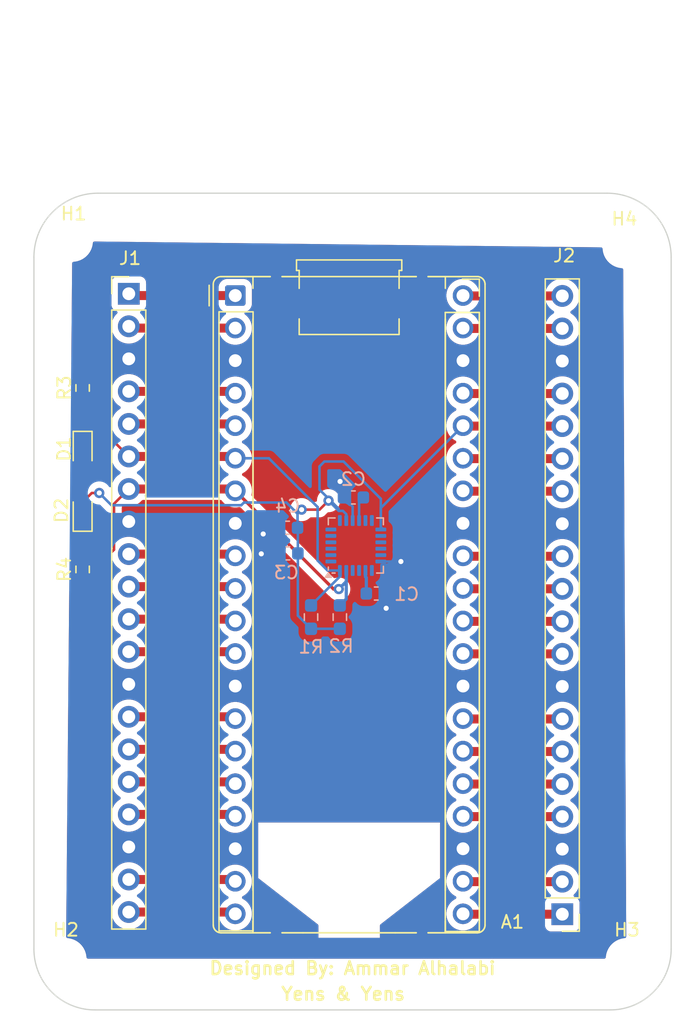
<source format=kicad_pcb>
(kicad_pcb (version 20241229) (generator "pcbnew") (generator_version "9.0")
  (layers (0 "F.Cu" signal) (2 "B.Cu" signal) (13 "F.Paste" user) (15 "B.Paste" user) (5 "F.SilkS" user "F.Silkscreen") (7 "B.SilkS" user "B.Silkscreen") (1 "F.Mask" user) (3 "B.Mask" user) (25 "Edge.Cuts" user))
  (net 0 "")
  (net 1 "Earth")
  (net 2 "/3.3V")
  (net 3 "/SDA")
  (net 4 "/SCL")
  (net 5 "Net-(U1-CPOUT)")
  (net 6 "Net-(U1-REGOUT)")
  (net 23 "Net-(A1-GPIO16)")
  (net 24 "Net-(A1-GPIO14)")
  (net 25 "Net-(A1-GPIO0)")
  (net 26 "Net-(A1-GPIO20)")
  (net 27 "Net-(A1-GPIO11)")
  (net 28 "Net-(A1-GPIO15)")
  (net 29 "Net-(A1-ADC_VREF)")
  (net 30 "Net-(A1-GPIO17)")
  (net 31 "Net-(A1-GPIO12)")
  (net 32 "Net-(A1-GPIO18)")
  (net 33 "/3.3V EN")
  (net 34 "/VBUS")
  (net 35 "Net-(A1-GPIO21)")
  (net 36 "Net-(A1-GPIO13)")
  (net 37 "Net-(A1-GPIO19)")
  (net 38 "Net-(A1-GPIO2)")
  (net 39 "Net-(A1-GPIO10)")
  (net 40 "Net-(A1-GPIO3)")
  (net 41 "Net-(A1-GPIO1)")
  (net 42 "/RUN")
  (net 43 "Net-(A1-GPIO26_ADC0)")
  (net 44 "Net-(A1-GPIO28_ADC2)")
  (net 45 "Net-(A1-GPIO9)")
  (net 46 "Net-(A1-GPIO7)")
  (net 47 "Net-(A1-GPIO27_ADC1)")
  (net 48 "Net-(A1-GPIO22)")
  (net 49 "Net-(A1-GPIO6)")
  (net 50 "/VSYS")
  (net 51 "Net-(A1-GPIO8)")
  (net 52 "Net-(D1-K)")
  (net 53 "Net-(D2-K)")
  (footprint "MountingHole:MountingHole_3.2mm_M3" (layer "F.Cu") (at 116.05 49.3)
    (property "Reference" "H4" (at 0.1 -2.25 0) (layer "F.SilkS"))
    (property "Value" "MountingHole")
    (pad "" np_thru_hole circle (at 0 0) (size 3.2 3.2) (drill 3.2) (layers "*.Cu" "*.Mask"))
  )
  (footprint "Resistor_SMD:R_0603_1608Metric_Pad0.98x0.95mm_HandSolder" (layer "F.Cu") (at 73.8525 60.2525 90)
    (property "Reference" "R3" (at 0 -1.43 90) (layer "F.SilkS"))
    (property "Value" "10K" (hide yes))
    (pad "1" smd roundrect (at -0.9125 0 90) (size 0.975 0.95) (layers "F.Cu" "F.Mask" "F.Paste") (net 3 "/SDA"))
    (pad "2" smd roundrect (at 0.9125 0 90) (size 0.975 0.95) (layers "F.Cu" "F.Mask" "F.Paste") (net 52 "Net-(D1-K)"))
  )
  (footprint "MountingHole:MountingHole_3.2mm_M3" (layer "F.Cu") (at 116.3 104.8)
    (property "Reference" "H3" (at 0.05 -2.25 0) (layer "F.SilkS"))
    (property "Value" "MountingHole")
    (pad "" np_thru_hole circle (at 0 0) (size 3.2 3.2) (drill 3.2) (layers "*.Cu" "*.Mask"))
  )
  (footprint "Resistor_SMD:R_0603_1608Metric_Pad0.98x0.95mm_HandSolder" (layer "F.Cu") (at 73.8525 74.415 90)
    (property "Reference" "R4" (at 0 -1.43 90) (layer "F.SilkS"))
    (property "Value" "10K" (hide yes))
    (pad "1" smd roundrect (at -0.9125 0 90) (size 0.975 0.95) (layers "F.Cu" "F.Mask" "F.Paste") (net 4 "/SCL"))
    (pad "2" smd roundrect (at 0.9125 0 90) (size 0.975 0.95) (layers "F.Cu" "F.Mask" "F.Paste") (net 53 "Net-(D2-K)"))
  )
  (footprint "MountingHole:MountingHole_3.2mm_M3" (layer "F.Cu") (at 73.05 48.8)
    (property "Reference" "H1" (at 0.1 -2.15 0) (layer "F.SilkS"))
    (property "Value" "MountingHole")
    (pad "" np_thru_hole circle (at 0 0) (size 3.2 3.2) (drill 3.2) (layers "*.Cu" "*.Mask"))
  )
  (footprint "Connector_PinHeader_2.54mm:PinHeader_1x20_P2.54mm_Vertical" (layer "F.Cu") (at 77.455 52.9)
    (property "Reference" "J1" (at 0.1 -2.77 0) (layer "F.SilkS"))
    (property "Value" "Conn_01x20_Pin" (hide yes))
    (pad "1" thru_hole rect (at 0 0) (size 1.7 1.7) (drill 1) (layers "*.Cu" "*.Mask") (net 25 "Net-(A1-GPIO0)"))
    (pad "2" thru_hole oval (at 0 2.54) (size 1.7 1.7) (drill 1) (layers "*.Cu" "*.Mask") (net 41 "Net-(A1-GPIO1)"))
    (pad "3" thru_hole oval (at 0 5.08) (size 1.7 1.7) (drill 1) (layers "*.Cu" "*.Mask") (net 1 "Earth"))
    (pad "4" thru_hole oval (at 0 7.62) (size 1.7 1.7) (drill 1) (layers "*.Cu" "*.Mask") (net 38 "Net-(A1-GPIO2)"))
    (pad "5" thru_hole oval (at 0 10.16) (size 1.7 1.7) (drill 1) (layers "*.Cu" "*.Mask") (net 40 "Net-(A1-GPIO3)"))
    (pad "6" thru_hole oval (at 0 12.7) (size 1.7 1.7) (drill 1) (layers "*.Cu" "*.Mask") (net 3 "/SDA"))
    (pad "7" thru_hole oval (at 0 15.24) (size 1.7 1.7) (drill 1) (layers "*.Cu" "*.Mask") (net 4 "/SCL"))
    (pad "8" thru_hole oval (at 0 17.78) (size 1.7 1.7) (drill 1) (layers "*.Cu" "*.Mask") (net 1 "Earth"))
    (pad "9" thru_hole oval (at 0 20.32) (size 1.7 1.7) (drill 1) (layers "*.Cu" "*.Mask") (net 49 "Net-(A1-GPIO6)"))
    (pad "10" thru_hole oval (at 0 22.86) (size 1.7 1.7) (drill 1) (layers "*.Cu" "*.Mask") (net 46 "Net-(A1-GPIO7)"))
    (pad "11" thru_hole oval (at 0 25.4) (size 1.7 1.7) (drill 1) (layers "*.Cu" "*.Mask") (net 51 "Net-(A1-GPIO8)"))
    (pad "12" thru_hole oval (at 0 27.94) (size 1.7 1.7) (drill 1) (layers "*.Cu" "*.Mask") (net 45 "Net-(A1-GPIO9)"))
    (pad "13" thru_hole oval (at 0 30.48) (size 1.7 1.7) (drill 1) (layers "*.Cu" "*.Mask") (net 1 "Earth"))
    (pad "14" thru_hole oval (at 0 33.02) (size 1.7 1.7) (drill 1) (layers "*.Cu" "*.Mask") (net 39 "Net-(A1-GPIO10)"))
    (pad "15" thru_hole oval (at 0 35.56) (size 1.7 1.7) (drill 1) (layers "*.Cu" "*.Mask") (net 27 "Net-(A1-GPIO11)"))
    (pad "16" thru_hole oval (at 0 38.1) (size 1.7 1.7) (drill 1) (layers "*.Cu" "*.Mask") (net 31 "Net-(A1-GPIO12)"))
    (pad "17" thru_hole oval (at 0 40.64) (size 1.7 1.7) (drill 1) (layers "*.Cu" "*.Mask") (net 36 "Net-(A1-GPIO13)"))
    (pad "18" thru_hole oval (at 0 43.18) (size 1.7 1.7) (drill 1) (layers "*.Cu" "*.Mask") (net 1 "Earth"))
    (pad "19" thru_hole oval (at 0 45.72) (size 1.7 1.7) (drill 1) (layers "*.Cu" "*.Mask") (net 24 "Net-(A1-GPIO14)"))
    (pad "20" thru_hole oval (at 0 48.26) (size 1.7 1.7) (drill 1) (layers "*.Cu" "*.Mask") (net 28 "Net-(A1-GPIO15)"))
  )
  (footprint "LED_SMD:LED_0603_1608Metric" (layer "F.Cu") (at 73.8525 69.9525 90)
    (property "Reference" "D2" (at 0.1375 -1.65 90) (layer "F.SilkS"))
    (property "Value" "LED")
    (pad "1" smd roundrect (at -0.7875 0 90) (size 0.875 0.95) (layers "F.Cu" "F.Mask" "F.Paste") (net 53 "Net-(D2-K)"))
    (pad "2" smd roundrect (at 0.7875 0 90) (size 0.875 0.95) (layers "F.Cu" "F.Mask" "F.Paste") (net 2 "/3.3V"))
  )
  (footprint "MountingHole:MountingHole_3.2mm_M3" (layer "F.Cu") (at 72.55 104.8)
    (property "Reference" "H2" (at 0 -2.25 0) (layer "F.SilkS"))
    (property "Value" "MountingHole")
    (pad "" np_thru_hole circle (at 0 0) (size 3.2 3.2) (drill 3.2) (layers "*.Cu" "*.Mask"))
  )
  (footprint "Connector_PinHeader_2.54mm:PinHeader_1x20_P2.54mm_Vertical" (layer "F.Cu") (at 111.3 101.33 180)
    (property "Reference" "J2" (at -0.15 51.4 0) (layer "F.SilkS"))
    (property "Value" "Conn_01x20_Pin" (hide yes))
    (pad "1" thru_hole rect (at 0 0 180) (size 1.7 1.7) (drill 1) (layers "*.Cu" "*.Mask") (net 23 "Net-(A1-GPIO16)"))
    (pad "2" thru_hole oval (at 0 2.54 180) (size 1.7 1.7) (drill 1) (layers "*.Cu" "*.Mask") (net 30 "Net-(A1-GPIO17)"))
    (pad "3" thru_hole oval (at 0 5.08 180) (size 1.7 1.7) (drill 1) (layers "*.Cu" "*.Mask") (net 1 "Earth"))
    (pad "4" thru_hole oval (at 0 7.62 180) (size 1.7 1.7) (drill 1) (layers "*.Cu" "*.Mask") (net 32 "Net-(A1-GPIO18)"))
    (pad "5" thru_hole oval (at 0 10.16 180) (size 1.7 1.7) (drill 1) (layers "*.Cu" "*.Mask") (net 37 "Net-(A1-GPIO19)"))
    (pad "6" thru_hole oval (at 0 12.7 180) (size 1.7 1.7) (drill 1) (layers "*.Cu" "*.Mask") (net 26 "Net-(A1-GPIO20)"))
    (pad "7" thru_hole oval (at 0 15.24 180) (size 1.7 1.7) (drill 1) (layers "*.Cu" "*.Mask") (net 35 "Net-(A1-GPIO21)"))
    (pad "8" thru_hole oval (at 0 17.78 180) (size 1.7 1.7) (drill 1) (layers "*.Cu" "*.Mask") (net 1 "Earth"))
    (pad "9" thru_hole oval (at 0 20.32 180) (size 1.7 1.7) (drill 1) (layers "*.Cu" "*.Mask") (net 48 "Net-(A1-GPIO22)"))
    (pad "10" thru_hole oval (at 0 22.86 180) (size 1.7 1.7) (drill 1) (layers "*.Cu" "*.Mask") (net 42 "/RUN"))
    (pad "11" thru_hole oval (at 0 25.4 180) (size 1.7 1.7) (drill 1) (layers "*.Cu" "*.Mask") (net 43 "Net-(A1-GPIO26_ADC0)"))
    (pad "12" thru_hole oval (at 0 27.94 180) (size 1.7 1.7) (drill 1) (layers "*.Cu" "*.Mask") (net 47 "Net-(A1-GPIO27_ADC1)"))
    (pad "13" thru_hole oval (at 0 30.48 180) (size 1.7 1.7) (drill 1) (layers "*.Cu" "*.Mask") (net 1 "Earth"))
    (pad "14" thru_hole oval (at 0 33.02 180) (size 1.7 1.7) (drill 1) (layers "*.Cu" "*.Mask") (net 44 "Net-(A1-GPIO28_ADC2)"))
    (pad "15" thru_hole oval (at 0 35.56 180) (size 1.7 1.7) (drill 1) (layers "*.Cu" "*.Mask") (net 29 "Net-(A1-ADC_VREF)"))
    (pad "16" thru_hole oval (at 0 38.1 180) (size 1.7 1.7) (drill 1) (layers "*.Cu" "*.Mask") (net 2 "/3.3V"))
    (pad "17" thru_hole oval (at 0 40.64 180) (size 1.7 1.7) (drill 1) (layers "*.Cu" "*.Mask") (net 33 "/3.3V EN"))
    (pad "18" thru_hole oval (at 0 43.18 180) (size 1.7 1.7) (drill 1) (layers "*.Cu" "*.Mask") (net 1 "Earth"))
    (pad "19" thru_hole oval (at 0 45.72 180) (size 1.7 1.7) (drill 1) (layers "*.Cu" "*.Mask") (net 50 "/VSYS"))
    (pad "20" thru_hole oval (at 0 48.26 180) (size 1.7 1.7) (drill 1) (layers "*.Cu" "*.Mask") (net 34 "/VBUS"))
  )
  (footprint "Library:RaspberryPi_Pico_Common_THT" (layer "F.Cu") (at 94.55 76.82)
    (property "Reference" "A1" (at 11.8575 25.115 0) (layer "F.SilkS") (effects (justify left)))
    (property "Value" "RaspberryPi_Pico")
    (pad "1" thru_hole roundrect (at -8.78 -23.78) (size 1.6 1.6) (drill 1) (layers "*.Cu" "*.Mask") (roundrect_rratio 0.125) (net 25 "Net-(A1-GPIO0)"))
    (pad "1" thru_hole roundrect (at -8.78 -23.78) (size 1.6 1.6) (drill 1) (layers "*.Cu" "*.Mask") (roundrect_rratio 0.125) (net 25 "Net-(A1-GPIO0)"))
    (pad "2" thru_hole circle (at -8.78 -21.24) (size 1.6 1.6) (drill 1) (layers "*.Cu" "*.Mask") (net 41 "Net-(A1-GPIO1)"))
    (pad "2" thru_hole circle (at -8.78 -21.24) (size 1.6 1.6) (drill 1) (layers "*.Cu" "*.Mask") (net 41 "Net-(A1-GPIO1)"))
    (pad "3" thru_hole custom (at -8.78 -18.7) (size 1.6 1.6) (drill 1) (layers "*.Cu" "*.Mask") (net 1 "Earth") (options (clearance outline) (anchor circle)) (primitives (gr_poly (pts (xy 0.8 0.6) (xy 0.8 -0.6) (xy 0.6 -0.8) (xy 0 -0.8) (xy 0 0.8) (xy 0.6 0.8)) (width 0) (fill yes)) (gr_circle (center 0.6 0.6) (end 0.8 0.6) (width 0) (fill yes)) (gr_circle (center 0.6 -0.6) (end 0.8 -0.6) (width 0) (fill yes))))
    (pad "4" thru_hole circle (at -8.78 -16.16) (size 1.6 1.6) (drill 1) (layers "*.Cu" "*.Mask") (net 38 "Net-(A1-GPIO2)"))
    (pad "4" thru_hole circle (at -8.78 -16.16) (size 1.6 1.6) (drill 1) (layers "*.Cu" "*.Mask") (net 38 "Net-(A1-GPIO2)"))
    (pad "5" thru_hole circle (at -8.78 -13.62) (size 1.6 1.6) (drill 1) (layers "*.Cu" "*.Mask") (net 40 "Net-(A1-GPIO3)"))
    (pad "5" thru_hole circle (at -8.78 -13.62) (size 1.6 1.6) (drill 1) (layers "*.Cu" "*.Mask") (net 40 "Net-(A1-GPIO3)"))
    (pad "6" thru_hole circle (at -8.78 -11.08) (size 1.6 1.6) (drill 1) (layers "*.Cu" "*.Mask") (net 3 "/SDA"))
    (pad "7" thru_hole circle (at -8.78 -8.54) (size 1.6 1.6) (drill 1) (layers "*.Cu" "*.Mask") (net 4 "/SCL"))
    (pad "7" thru_hole circle (at -8.78 -8.54) (size 1.6 1.6) (drill 1) (layers "*.Cu" "*.Mask") (net 4 "/SCL"))
    (pad "8" thru_hole custom (at -8.78 -6) (size 1.6 1.6) (drill 1) (layers "*.Cu" "*.Mask") (net 1 "Earth") (options (clearance outline) (anchor circle)) (primitives (gr_poly (pts (xy 0.8 0.6) (xy 0.8 -0.6) (xy 0.6 -0.8) (xy 0 -0.8) (xy 0 0.8) (xy 0.6 0.8)) (width 0) (fill yes)) (gr_circle (center 0.6 0.6) (end 0.8 0.6) (width 0) (fill yes)) (gr_circle (center 0.6 -0.6) (end 0.8 -0.6) (width 0) (fill yes))))
    (pad "9" thru_hole circle (at -8.78 -3.46) (size 1.6 1.6) (drill 1) (layers "*.Cu" "*.Mask") (net 49 "Net-(A1-GPIO6)"))
    (pad "9" thru_hole circle (at -8.78 -3.46) (size 1.6 1.6) (drill 1) (layers "*.Cu" "*.Mask") (net 49 "Net-(A1-GPIO6)"))
    (pad "10" thru_hole circle (at -8.78 -0.92) (size 1.6 1.6) (drill 1) (layers "*.Cu" "*.Mask") (net 46 "Net-(A1-GPIO7)"))
    (pad "10" thru_hole circle (at -8.78 -0.92) (size 1.6 1.6) (drill 1) (layers "*.Cu" "*.Mask") (net 46 "Net-(A1-GPIO7)"))
    (pad "11" thru_hole circle (at -8.78 1.62) (size 1.6 1.6) (drill 1) (layers "*.Cu" "*.Mask") (net 51 "Net-(A1-GPIO8)"))
    (pad "11" thru_hole circle (at -8.78 1.62) (size 1.6 1.6) (drill 1) (layers "*.Cu" "*.Mask") (net 51 "Net-(A1-GPIO8)"))
    (pad "12" thru_hole circle (at -8.78 4.16) (size 1.6 1.6) (drill 1) (layers "*.Cu" "*.Mask") (net 45 "Net-(A1-GPIO9)"))
    (pad "12" thru_hole circle (at -8.78 4.16) (size 1.6 1.6) (drill 1) (layers "*.Cu" "*.Mask") (net 45 "Net-(A1-GPIO9)"))
    (pad "13" thru_hole custom (at -8.78 6.7) (size 1.6 1.6) (drill 1) (layers "*.Cu" "*.Mask") (net 1 "Earth") (options (clearance outline) (anchor circle)) (primitives (gr_poly (pts (xy 0.8 0.6) (xy 0.8 -0.6) (xy 0.6 -0.8) (xy 0 -0.8) (xy 0 0.8) (xy 0.6 0.8)) (width 0) (fill yes)) (gr_circle (center 0.6 0.6) (end 0.8 0.6) (width 0) (fill yes)) (gr_circle (center 0.6 -0.6) (end 0.8 -0.6) (width 0) (fill yes))))
    (pad "14" thru_hole circle (at -8.78 9.24) (size 1.6 1.6) (drill 1) (layers "*.Cu" "*.Mask") (net 39 "Net-(A1-GPIO10)"))
    (pad "14" thru_hole circle (at -8.78 9.24) (size 1.6 1.6) (drill 1) (layers "*.Cu" "*.Mask") (net 39 "Net-(A1-GPIO10)"))
    (pad "15" thru_hole circle (at -8.78 11.78) (size 1.6 1.6) (drill 1) (layers "*.Cu" "*.Mask") (net 27 "Net-(A1-GPIO11)"))
    (pad "15" thru_hole circle (at -8.78 11.78) (size 1.6 1.6) (drill 1) (layers "*.Cu" "*.Mask") (net 27 "Net-(A1-GPIO11)"))
    (pad "16" thru_hole circle (at -8.78 14.32) (size 1.6 1.6) (drill 1) (layers "*.Cu" "*.Mask") (net 31 "Net-(A1-GPIO12)"))
    (pad "16" thru_hole circle (at -8.78 14.32) (size 1.6 1.6) (drill 1) (layers "*.Cu" "*.Mask") (net 31 "Net-(A1-GPIO12)"))
    (pad "17" thru_hole circle (at -8.78 16.86) (size 1.6 1.6) (drill 1) (layers "*.Cu" "*.Mask") (net 36 "Net-(A1-GPIO13)"))
    (pad "17" thru_hole circle (at -8.78 16.86) (size 1.6 1.6) (drill 1) (layers "*.Cu" "*.Mask") (net 36 "Net-(A1-GPIO13)"))
    (pad "18" thru_hole custom (at -8.78 19.4) (size 1.6 1.6) (drill 1) (layers "*.Cu" "*.Mask") (net 1 "Earth") (options (clearance outline) (anchor circle)) (primitives (gr_poly (pts (xy 0.8 0.6) (xy 0.8 -0.6) (xy 0.6 -0.8) (xy 0 -0.8) (xy 0 0.8) (xy 0.6 0.8)) (width 0) (fill yes)) (gr_circle (center 0.6 0.6) (end 0.8 0.6) (width 0) (fill yes)) (gr_circle (center 0.6 -0.6) (end 0.8 -0.6) (width 0) (fill yes))))
    (pad "19" thru_hole circle (at -8.78 21.94) (size 1.6 1.6) (drill 1) (layers "*.Cu" "*.Mask") (net 24 "Net-(A1-GPIO14)"))
    (pad "19" thru_hole circle (at -8.78 21.94) (size 1.6 1.6) (drill 1) (layers "*.Cu" "*.Mask") (net 24 "Net-(A1-GPIO14)"))
    (pad "20" thru_hole circle (at -8.78 24.48) (size 1.6 1.6) (drill 1) (layers "*.Cu" "*.Mask") (net 28 "Net-(A1-GPIO15)"))
    (pad "20" thru_hole circle (at -8.78 24.48) (size 1.6 1.6) (drill 1) (layers "*.Cu" "*.Mask") (net 28 "Net-(A1-GPIO15)"))
    (pad "21" thru_hole circle (at 9 24.48) (size 1.6 1.6) (drill 1) (layers "*.Cu" "*.Mask") (net 23 "Net-(A1-GPIO16)"))
    (pad "21" thru_hole circle (at 9 24.48) (size 1.6 1.6) (drill 1) (layers "*.Cu" "*.Mask") (net 23 "Net-(A1-GPIO16)"))
    (pad "22" thru_hole circle (at 9 21.94) (size 1.6 1.6) (drill 1) (layers "*.Cu" "*.Mask") (net 30 "Net-(A1-GPIO17)"))
    (pad "22" thru_hole circle (at 9 21.94) (size 1.6 1.6) (drill 1) (layers "*.Cu" "*.Mask") (net 30 "Net-(A1-GPIO17)"))
    (pad "23" thru_hole custom (at 9 19.4) (size 1.6 1.6) (drill 1) (layers "*.Cu" "*.Mask") (net 1 "Earth") (options (clearance outline) (anchor circle)) (primitives (gr_poly (pts (xy -0.8 0.6) (xy -0.8 -0.6) (xy -0.6 -0.8) (xy 0 -0.8) (xy 0 0.8) (xy -0.6 0.8)) (width 0) (fill yes)) (gr_circle (center -0.6 0.6) (end -0.4 0.6) (width 0) (fill yes)) (gr_circle (center -0.6 -0.6) (end -0.4 -0.6) (width 0) (fill yes))))
    (pad "24" thru_hole circle (at 9 16.86) (size 1.6 1.6) (drill 1) (layers "*.Cu" "*.Mask") (net 32 "Net-(A1-GPIO18)"))
    (pad "24" thru_hole circle (at 9 16.86) (size 1.6 1.6) (drill 1) (layers "*.Cu" "*.Mask") (net 32 "Net-(A1-GPIO18)"))
    (pad "25" thru_hole circle (at 9 14.32) (size 1.6 1.6) (drill 1) (layers "*.Cu" "*.Mask") (net 37 "Net-(A1-GPIO19)"))
    (pad "25" thru_hole circle (at 9 14.32) (size 1.6 1.6) (drill 1) (layers "*.Cu" "*.Mask") (net 37 "Net-(A1-GPIO19)"))
    (pad "26" thru_hole circle (at 9 11.78) (size 1.6 1.6) (drill 1) (layers "*.Cu" "*.Mask") (net 26 "Net-(A1-GPIO20)"))
    (pad "26" thru_hole circle (at 9 11.78) (size 1.6 1.6) (drill 1) (layers "*.Cu" "*.Mask") (net 26 "Net-(A1-GPIO20)"))
    (pad "27" thru_hole circle (at 9 9.24) (size 1.6 1.6) (drill 1) (layers "*.Cu" "*.Mask") (net 35 "Net-(A1-GPIO21)"))
    (pad "27" thru_hole circle (at 9 9.24) (size 1.6 1.6) (drill 1) (layers "*.Cu" "*.Mask") (net 35 "Net-(A1-GPIO21)"))
    (pad "28" thru_hole custom (at 9 6.7) (size 1.6 1.6) (drill 1) (layers "*.Cu" "*.Mask") (net 1 "Earth") (options (clearance outline) (anchor circle)) (primitives (gr_poly (pts (xy -0.8 0.6) (xy -0.8 -0.6) (xy -0.6 -0.8) (xy 0 -0.8) (xy 0 0.8) (xy -0.6 0.8)) (width 0) (fill yes)) (gr_circle (center -0.6 0.6) (end -0.4 0.6) (width 0) (fill yes)) (gr_circle (center -0.6 -0.6) (end -0.4 -0.6) (width 0) (fill yes))))
    (pad "29" thru_hole circle (at 9 4.16) (size 1.6 1.6) (drill 1) (layers "*.Cu" "*.Mask") (net 48 "Net-(A1-GPIO22)"))
    (pad "29" thru_hole circle (at 9 4.16) (size 1.6 1.6) (drill 1) (layers "*.Cu" "*.Mask") (net 48 "Net-(A1-GPIO22)"))
    (pad "30" thru_hole circle (at 9 1.62) (size 1.6 1.6) (drill 1) (layers "*.Cu" "*.Mask") (net 42 "/RUN"))
    (pad "30" thru_hole circle (at 9 1.62) (size 1.6 1.6) (drill 1) (layers "*.Cu" "*.Mask") (net 42 "/RUN"))
    (pad "31" thru_hole circle (at 9 -0.92) (size 1.6 1.6) (drill 1) (layers "*.Cu" "*.Mask") (net 43 "Net-(A1-GPIO26_ADC0)"))
    (pad "31" thru_hole circle (at 9 -0.92) (size 1.6 1.6) (drill 1) (layers "*.Cu" "*.Mask") (net 43 "Net-(A1-GPIO26_ADC0)"))
    (pad "32" thru_hole circle (at 9 -3.46) (size 1.6 1.6) (drill 1) (layers "*.Cu" "*.Mask") (net 47 "Net-(A1-GPIO27_ADC1)"))
    (pad "32" thru_hole circle (at 9 -3.46) (size 1.6 1.6) (drill 1) (layers "*.Cu" "*.Mask") (net 47 "Net-(A1-GPIO27_ADC1)"))
    (pad "33" thru_hole custom (at 9 -6) (size 1.6 1.6) (drill 1) (layers "*.Cu" "*.Mask") (net 1 "Earth") (options (clearance outline) (anchor circle)) (primitives (gr_poly (pts (xy -0.8 0.6) (xy -0.8 -0.6) (xy -0.6 -0.8) (xy 0 -0.8) (xy 0 0.8) (xy -0.6 0.8)) (width 0) (fill yes)) (gr_circle (center -0.6 0.6) (end -0.4 0.6) (width 0) (fill yes)) (gr_circle (center -0.6 -0.6) (end -0.4 -0.6) (width 0) (fill yes))))
    (pad "34" thru_hole circle (at 9 -8.54) (size 1.6 1.6) (drill 1) (layers "*.Cu" "*.Mask") (net 44 "Net-(A1-GPIO28_ADC2)"))
    (pad "34" thru_hole circle (at 9 -8.54) (size 1.6 1.6) (drill 1) (layers "*.Cu" "*.Mask") (net 44 "Net-(A1-GPIO28_ADC2)"))
    (pad "35" thru_hole circle (at 9 -11.08) (size 1.6 1.6) (drill 1) (layers "*.Cu" "*.Mask") (net 29 "Net-(A1-ADC_VREF)"))
    (pad "35" thru_hole circle (at 9 -11.08) (size 1.6 1.6) (drill 1) (layers "*.Cu" "*.Mask") (net 29 "Net-(A1-ADC_VREF)"))
    (pad "36" thru_hole circle (at 9 -13.62) (size 1.6 1.6) (drill 1) (layers "*.Cu" "*.Mask") (net 2 "/3.3V"))
    (pad "36" thru_hole circle (at 9 -13.62) (size 1.6 1.6) (drill 1) (layers "*.Cu" "*.Mask") (net 2 "/3.3V"))
    (pad "37" thru_hole circle (at 9 -16.16) (size 1.6 1.6) (drill 1) (layers "*.Cu" "*.Mask") (net 33 "/3.3V EN"))
    (pad "37" thru_hole circle (at 9 -16.16) (size 1.6 1.6) (drill 1) (layers "*.Cu" "*.Mask") (net 33 "/3.3V EN"))
    (pad "38" thru_hole custom (at 9 -18.7) (size 1.6 1.6) (drill 1) (layers "*.Cu" "*.Mask") (net 1 "Earth") (options (clearance outline) (anchor circle)) (primitives (gr_poly (pts (xy -0.8 0.6) (xy -0.8 -0.6) (xy -0.6 -0.8) (xy 0 -0.8) (xy 0 0.8) (xy -0.6 0.8)) (width 0) (fill yes)) (gr_circle (center -0.6 0.6) (end -0.4 0.6) (width 0) (fill yes)) (gr_circle (center -0.6 -0.6) (end -0.4 -0.6) (width 0) (fill yes))))
    (pad "39" thru_hole circle (at 9 -21.24) (size 1.6 1.6) (drill 1) (layers "*.Cu" "*.Mask") (net 50 "/VSYS"))
    (pad "39" thru_hole circle (at 9 -21.24) (size 1.6 1.6) (drill 1) (layers "*.Cu" "*.Mask") (net 50 "/VSYS"))
    (pad "40" thru_hole circle (at 9 -23.78) (size 1.6 1.6) (drill 1) (layers "*.Cu" "*.Mask") (net 34 "/VBUS"))
    (pad "40" thru_hole circle (at 9 -23.78) (size 1.6 1.6) (drill 1) (layers "*.Cu" "*.Mask") (net 34 "/VBUS"))
    (zone (net 0) (net_name "") (layers "F.Cu" "B.Cu" "F.Paste" "B.Paste") (name "Antenna Copper Keep Out") (connect_pads (clearance 0)) (min_thickness 0.254)
      (keepout (tracks not_allowed) (vias not_allowed) (pads not_allowed) (copperpour not_allowed) (footprints allowed))
      (fill (thermal_gap 0.508) (thermal_bridge_width 0.508))
      (polygon (pts (xy 92.26 102.159895) (xy 87.56 98.509895) (xy 87.56 94.17) (xy 101.76 94.17) (xy 101.76 98.509895) (xy 97.06 102.159895) (xy 97.06 103.17) (xy 92.26 103.17)))
    )
    (zone (net 0) (net_name "") (layers "F.Cu" "B.Cu" "F.Paste" "B.Paste") (name "Antenna Copper Keep Out") (connect_pads (clearance 0)) (min_thickness 0.254)
      (keepout (tracks not_allowed) (vias not_allowed) (pads not_allowed) (copperpour not_allowed) (footprints allowed))
      (fill (thermal_gap 0.508) (thermal_bridge_width 0.508))
      (polygon (pts (xy 92.26 102.159895) (xy 87.56 98.509895) (xy 87.56 94.17) (xy 101.76 94.17) (xy 101.76 98.509895) (xy 97.06 102.159895) (xy 97.06 103.17) (xy 92.26 103.17)))
    )
  )
  (footprint "LED_SMD:LED_0603_1608Metric" (layer "F.Cu") (at 73.8525 65.1275 -90)
    (property "Reference" "D1" (at -0.1125 1.45 90) (layer "F.SilkS"))
    (property "Value" "LED")
    (pad "1" smd roundrect (at -0.7875 0 270) (size 0.875 0.95) (layers "F.Cu" "F.Mask" "F.Paste") (net 52 "Net-(D1-K)"))
    (pad "2" smd roundrect (at 0.7875 0 270) (size 0.875 0.95) (layers "F.Cu" "F.Mask" "F.Paste") (net 2 "/3.3V"))
  )
  (footprint "Capacitor_SMD:C_0603_1608Metric" (layer "B.Cu") (at 96.775 76.3)
    (property "Reference" "C1" (at 2.375 0.05 0) (layer "B.SilkS") (effects (justify mirror)))
    (property "Value" "2.2nF" (hide yes))
    (pad "1" smd roundrect (at -0.775 0) (size 0.9 0.95) (layers "B.Cu" "B.Mask" "B.Paste") (net 5 "Net-(U1-CPOUT)"))
    (pad "2" smd roundrect (at 0.775 0) (size 0.9 0.95) (layers "B.Cu" "B.Mask" "B.Paste") (net 1 "Earth"))
  )
  (footprint "Resistor_SMD:R_0603_1608Metric_Pad0.98x0.95mm_HandSolder" (layer "B.Cu") (at 93.93381 78.1375 90)
    (property "Reference" "R2" (at -2.2625 0.0975 0) (layer "B.SilkS") (effects (justify mirror)))
    (property "Value" "4.7K" (hide yes))
    (pad "1" smd roundrect (at -0.9125 0 90) (size 0.975 0.95) (layers "B.Cu" "B.Mask" "B.Paste") (net 2 "/3.3V"))
    (pad "2" smd roundrect (at 0.9125 0 90) (size 0.975 0.95) (layers "B.Cu" "B.Mask" "B.Paste") (net 4 "/SCL"))
  )
  (footprint "Capacitor_SMD:C_0603_1608Metric" (layer "B.Cu") (at 89.85631 71.165 180)
    (property "Reference" "C4" (at 0 1.7 0) (layer "B.SilkS") (effects (justify mirror)))
    (property "Value" "0.1uF" (hide yes))
    (pad "1" smd roundrect (at -0.775 0 180) (size 0.9 0.95) (layers "B.Cu" "B.Mask" "B.Paste") (net 2 "/3.3V"))
    (pad "2" smd roundrect (at 0.775 0 180) (size 0.9 0.95) (layers "B.Cu" "B.Mask" "B.Paste") (net 1 "Earth"))
  )
  (footprint "Capacitor_SMD:C_0603_1608Metric" (layer "B.Cu") (at 89.88131 73.165 180)
    (property "Reference" "C3" (at 0.125 -1.5 0) (layer "B.SilkS") (effects (justify mirror)))
    (property "Value" "10nF" (hide yes))
    (pad "1" smd roundrect (at -0.775 0 180) (size 0.9 0.95) (layers "B.Cu" "B.Mask" "B.Paste") (net 2 "/3.3V"))
    (pad "2" smd roundrect (at 0.775 0 180) (size 0.9 0.95) (layers "B.Cu" "B.Mask" "B.Paste") (net 1 "Earth"))
  )
  (footprint "Resistor_SMD:R_0603_1608Metric_Pad0.98x0.95mm_HandSolder" (layer "B.Cu") (at 91.68381 78.1375 90)
    (property "Reference" "R1" (at -2.3275 0 0) (layer "B.SilkS") (effects (justify mirror)))
    (property "Value" "4.7K" (hide yes))
    (pad "1" smd roundrect (at -0.9125 0 90) (size 0.975 0.95) (layers "B.Cu" "B.Mask" "B.Paste") (net 2 "/3.3V"))
    (pad "2" smd roundrect (at 0.9125 0 90) (size 0.975 0.95) (layers "B.Cu" "B.Mask" "B.Paste") (net 3 "/SDA"))
  )
  (footprint "Capacitor_SMD:C_0603_1608Metric" (layer "B.Cu") (at 94.99291 68.8 180)
    (property "Reference" "C2" (at 0 1.43 0) (layer "B.SilkS") (effects (justify mirror)))
    (property "Value" "0.1uF" (hide yes))
    (pad "1" smd roundrect (at -0.775 0 180) (size 0.9 0.95) (layers "B.Cu" "B.Mask" "B.Paste") (net 6 "Net-(U1-REGOUT)"))
    (pad "2" smd roundrect (at 0.775 0 180) (size 0.9 0.95) (layers "B.Cu" "B.Mask" "B.Paste") (net 1 "Earth"))
  )
  (footprint "Sensor_Motion:InvenSense_QFN-24_4x4mm_P0.5mm" (layer "B.Cu") (at 95.18381 72.55)
    (property "Reference" "U1" (hide yes))
    (property "Value" "MPU-6050")
    (pad "1" smd roundrect (at -1.95 1.25) (size 0.85 0.3) (layers "B.Cu" "B.Mask" "B.Paste"))
    (pad "2" smd roundrect (at -1.95 0.75) (size 0.85 0.3) (layers "B.Cu" "B.Mask" "B.Paste"))
    (pad "3" smd roundrect (at -1.95 0.25) (size 0.85 0.3) (layers "B.Cu" "B.Mask" "B.Paste"))
    (pad "4" smd roundrect (at -1.95 -0.25) (size 0.85 0.3) (layers "B.Cu" "B.Mask" "B.Paste"))
    (pad "5" smd roundrect (at -1.95 -0.75) (size 0.85 0.3) (layers "B.Cu" "B.Mask" "B.Paste"))
    (pad "6" smd roundrect (at -1.95 -1.25) (size 0.85 0.3) (layers "B.Cu" "B.Mask" "B.Paste"))
    (pad "7" smd roundrect (at -1.25 -1.95 270) (size 0.85 0.3) (layers "B.Cu" "B.Mask" "B.Paste"))
    (pad "8" smd roundrect (at -0.75 -1.95 270) (size 0.85 0.3) (layers "B.Cu" "B.Mask" "B.Paste") (net 2 "/3.3V"))
    (pad "9" smd roundrect (at -0.25 -1.95 270) (size 0.85 0.3) (layers "B.Cu" "B.Mask" "B.Paste") (net 1 "Earth"))
    (pad "10" smd roundrect (at 0.25 -1.95 270) (size 0.85 0.3) (layers "B.Cu" "B.Mask" "B.Paste") (net 6 "Net-(U1-REGOUT)"))
    (pad "11" smd roundrect (at 0.75 -1.95 270) (size 0.85 0.3) (layers "B.Cu" "B.Mask" "B.Paste"))
    (pad "12" smd roundrect (at 1.25 -1.95 270) (size 0.85 0.3) (layers "B.Cu" "B.Mask" "B.Paste"))
    (pad "13" smd roundrect (at 1.95 -1.25) (size 0.85 0.3) (layers "B.Cu" "B.Mask" "B.Paste") (net 2 "/3.3V"))
    (pad "14" smd roundrect (at 1.95 -0.75) (size 0.85 0.3) (layers "B.Cu" "B.Mask" "B.Paste"))
    (pad "15" smd roundrect (at 1.95 -0.25) (size 0.85 0.3) (layers "B.Cu" "B.Mask" "B.Paste"))
    (pad "16" smd roundrect (at 1.95 0.25) (size 0.85 0.3) (layers "B.Cu" "B.Mask" "B.Paste"))
    (pad "17" smd roundrect (at 1.95 0.75) (size 0.85 0.3) (layers "B.Cu" "B.Mask" "B.Paste"))
    (pad "18" smd roundrect (at 1.95 1.25) (size 0.85 0.3) (layers "B.Cu" "B.Mask" "B.Paste") (net 1 "Earth"))
    (pad "19" smd roundrect (at 1.25 1.95 270) (size 0.85 0.3) (layers "B.Cu" "B.Mask" "B.Paste"))
    (pad "20" smd roundrect (at 0.75 1.95 270) (size 0.85 0.3) (layers "B.Cu" "B.Mask" "B.Paste") (net 5 "Net-(U1-CPOUT)"))
    (pad "21" smd roundrect (at 0.25 1.95 270) (size 0.85 0.3) (layers "B.Cu" "B.Mask" "B.Paste"))
    (pad "22" smd roundrect (at -0.25 1.95 270) (size 0.85 0.3) (layers "B.Cu" "B.Mask" "B.Paste"))
    (pad "23" smd roundrect (at -0.75 1.95 270) (size 0.85 0.3) (layers "B.Cu" "B.Mask" "B.Paste") (net 4 "/SCL"))
    (pad "24" smd roundrect (at -1.25 1.95 270) (size 0.85 0.3) (layers "B.Cu" "B.Mask" "B.Paste") (net 3 "/SDA"))
    (zone (net 0) (net_name "") (layer "B.Cu") (connect_pads (clearance 0)) (min_thickness 0.254)
      (keepout (tracks not_allowed) (vias not_allowed) (pads not_allowed) (copperpour not_allowed) (footprints allowed))
      (fill (thermal_gap 0.508) (thermal_bridge_width 0.508))
      (polygon (pts (xy 93.80881 73.875) (xy 96.55881 73.875) (xy 96.55881 71.225) (xy 93.80881 71.225)))
    )
  )
  (gr_line (start 75.05 45.05) (end 114.8 45.05) (stroke (width 0.1)) (layer "Edge.Cuts"))
  (gr_arc (start 74.8 108.8) (mid 71.441243 107.408757) (end 70.05 104.05) (stroke (width 0.1)) (layer "Edge.Cuts"))
  (gr_line (start 115.05 108.8) (end 74.8 108.8) (stroke (width 0.1)) (layer "Edge.Cuts"))
  (gr_line (start 119.8 50.05) (end 119.8 104.05) (stroke (width 0.1)) (layer "Edge.Cuts"))
  (gr_line (start 70.05 50.05) (end 70.05 104.05) (stroke (width 0.1)) (layer "Edge.Cuts"))
  (gr_arc (start 114.8 45.05) (mid 118.335534 46.514466) (end 119.8 50.05) (stroke (width 0.1)) (layer "Edge.Cuts"))
  (gr_arc (start 119.8 104.05) (mid 118.408757 107.408757) (end 115.05 108.8) (stroke (width 0.1)) (layer "Edge.Cuts"))
  (gr_arc (start 70.05 50.05) (mid 71.514466 46.514466) (end 75.05 45.05) (stroke (width 0.1)) (layer "Edge.Cuts"))
  (gr_text "Yens & Yens" (at 89.25 107.55 0) (layer "F.SilkS") (effects (font (size 1 1) (thickness 0.2) (bold yes)) (justify left)))
  (gr_text "Designed By: Ammar Alhalabi" (at 83.65 105.55 0) (layer "F.SilkS") (effects (font (size 1 1) (thickness 0.2) (bold yes)) (justify left)))
  (segment (start 85.63 57.98) (end 85.77 58.12) (width 0.2) (layer "F.Cu") (net 1))
  (segment (start 85.63 96.08) (end 85.77 96.22) (width 0.25) (layer "F.Cu") (net 1))
  (segment (start 103.58 96.25) (end 103.55 96.22) (width 0.25) (layer "F.Cu") (net 1))
  (segment (start 85.63 83.38) (end 85.77 83.52) (width 0.25) (layer "F.Cu") (net 1))
  (segment (start 77.805 71.03) (end 77.455 70.68) (width 0.2) (layer "F.Cu") (net 1))
  (segment (start 103.58 83.55) (end 103.55 83.52) (width 0.25) (layer "F.Cu") (net 1))
  (segment (start 77.805 58.33) (end 77.455 57.98) (width 0.2) (layer "F.Cu") (net 1))
  (segment (start 85.63 70.68) (end 85.77 70.82) (width 0.2) (layer "F.Cu") (net 1))
  (segment (start 103.58 70.85) (end 103.55 70.82) (width 0.25) (layer "F.Cu") (net 1))
  (segment (start 103.58 58.15) (end 103.55 58.12) (width 0.25) (layer "F.Cu") (net 1))
  (via (at 87.95 71.65) (size 0.8) (drill 0.4) (layers "F.Cu" "B.Cu") (net 1))
  (via (at 93.95 67.55) (size 0.8) (drill 0.4) (layers "F.Cu" "B.Cu") (net 1))
  (via (at 97.55 77.45) (size 0.8) (drill 0.4) (layers "F.Cu" "B.Cu") (net 1))
  (via (at 98.7 73.8) (size 0.8) (drill 0.4) (layers "F.Cu" "B.Cu") (net 1))
  (via (at 87.8 73.2) (size 0.8) (drill 0.4) (layers "F.Cu" "B.Cu") (net 1))
  (segment (start 94.21791 67.81791) (end 93.95 67.55) (width 0.2) (layer "B.Cu") (net 1))
  (segment (start 97.13381 73.8) (end 98.7 73.8) (width 0.2) (layer "B.Cu") (net 1))
  (segment (start 87.835 73.165) (end 87.8 73.2) (width 0.2) (layer "B.Cu") (net 1))
  (segment (start 89.10631 73.165) (end 87.835 73.165) (width 0.2) (layer "B.Cu") (net 1))
  (segment (start 86.115 71.165) (end 85.77 70.82) (width 0.25) (layer "B.Cu") (net 1))
  (segment (start 88.435 71.165) (end 87.95 71.65) (width 0.25) (layer "B.Cu") (net 1))
  (segment (start 94.21791 68.8) (end 94.13791 68.72) (width 0.2) (layer "B.Cu") (net 1))
  (segment (start 94.93381 70.6) (end 94.93381 69.5159) (width 0.2) (layer "B.Cu") (net 1))
  (segment (start 94.21791 68.8) (end 94.21791 67.81791) (width 0.2) (layer "B.Cu") (net 1))
  (segment (start 94.93381 69.5159) (end 94.21791 68.8) (width 0.2) (layer "B.Cu") (net 1))
  (segment (start 89.08131 71.165) (end 88.435 71.165) (width 0.25) (layer "B.Cu") (net 1))
  (segment (start 97.55 76.3) (end 97.55 77.45) (width 0.2) (layer "B.Cu") (net 1))
  (segment (start 89.10631 71.19) (end 89.08131 71.165) (width 0.25) (layer "B.Cu") (net 1))
  (segment (start 111.3 63.23) (end 103.58 63.23) (width 0.7) (layer "F.Cu") (net 2))
  (segment (start 75.15 68.45) (end 74.5675 68.45) (width 0.2) (layer "F.Cu") (net 2))
  (segment (start 73.8525 65.915) (end 73.8525 69.165) (width 0.2) (layer "F.Cu") (net 2))
  (segment (start 103.58 63.23) (end 103.55 63.2) (width 0.2) (layer "F.Cu") (net 2))
  (segment (start 90.95 69.75) (end 92.35 69.75) (width 0.2) (layer "F.Cu") (net 2))
  (segment (start 92.35 69.75) (end 93.05 69.05) (width 0.2) (layer "F.Cu") (net 2))
  (segment (start 74.5675 68.45) (end 73.8525 69.165) (width 0.2) (layer "F.Cu") (net 2))
  (via (at 90.95 69.75) (size 0.8) (drill 0.4) (layers "F.Cu" "B.Cu") (net 2))
  (via (at 93.05 69.05) (size 0.8) (drill 0.4) (layers "F.Cu" "B.Cu") (net 2))
  (via (at 75.15 68.45) (size 0.8) (drill 0.4) (layers "F.Cu" "B.Cu") (net 2))
  (segment (start 90.65631 71.19) (end 90.63131 71.165) (width 0.2) (layer "B.Cu") (net 2))
  (segment (start 90.63131 70.06869) (end 90.95 69.75) (width 0.2) (layer "B.Cu") (net 2))
  (segment (start 91.68381 79.05) (end 93.93381 79.05) (width 0.2) (layer "B.Cu") (net 2))
  (segment (start 90.63131 71.165) (end 90.63131 70.06869) (width 0.2) (layer "B.Cu") (net 2))
  (segment (start 91.68381 79.05) (end 90.65631 78.0225) (width 0.2) (layer "B.Cu") (net 2))
  (segment (start 97.13381 71.3) (end 97.13381 69.61619) (width 0.2) (layer "B.Cu") (net 2))
  (segment (start 92.728275 65.994) (end 94.222376 65.994) (width 0.2) (layer "B.Cu") (net 2))
  (segment (start 90.63131 70.06869) (end 89.75662 69.194) (width 0.2) (layer "B.Cu") (net 2))
  (segment (start 92.344 68.186556) (end 92.344 66.378275) (width 0.2) (layer "B.Cu") (net 2))
  (segment (start 76.106 69.406) (end 75.15 68.45) (width 0.2) (layer "B.Cu") (net 2))
  (segment (start 86.448405 69.194) (end 86.236405 69.406) (width 0.2) (layer "B.Cu") (net 2))
  (segment (start 90.65631 73.165) (end 90.65631 71.19) (width 0.2) (layer "B.Cu") (net 2))
  (segment (start 92.344 66.378275) (end 92.728275 65.994) (width 0.2) (layer "B.Cu") (net 2))
  (segment (start 97.13381 68.905434) (end 97.13381 71.3) (width 0.2) (layer "B.Cu") (net 2))
  (segment (start 94.222376 65.994) (end 97.13381 68.905434) (width 0.2) (layer "B.Cu") (net 2))
  (segment (start 90.63131 71.165) (end 90.63131 71.43131) (width 0.2) (layer "B.Cu") (net 2))
  (segment (start 86.236405 69.406) (end 76.106 69.406) (width 0.2) (layer "B.Cu") (net 2))
  (segment (start 94.43381 70.105822) (end 94.43381 70.6) (width 0.2) (layer "B.Cu") (net 2))
  (segment (start 93.844326 69.686882) (end 92.344 68.186556) (width 0.2) (layer "B.Cu") (net 2))
  (segment (start 89.75662 69.194) (end 86.448405 69.194) (width 0.2) (layer "B.Cu") (net 2))
  (segment (start 94.176988 69.849) (end 94.43381 70.105822) (width 0.2) (layer "B.Cu") (net 2))
  (segment (start 97.23381 71.2) (end 97.13381 71.3) (width 0.2) (layer "B.Cu") (net 2))
  (segment (start 97.13381 69.61619) (end 103.55 63.2) (width 0.2) (layer "B.Cu") (net 2))
  (segment (start 90.65631 78.0225) (end 90.65631 73.165) (width 0.2) (layer "B.Cu") (net 2))
  (segment (start 93.05 69.05) (end 93.849 69.849) (width 0.2) (layer "B.Cu") (net 2))
  (segment (start 93.849 69.849) (end 94.176988 69.849) (width 0.2) (layer "B.Cu") (net 2))
  (segment (start 73.8525 61.9975) (end 77.455 65.6) (width 0.2) (layer "F.Cu") (net 3))
  (segment (start 77.455 65.6) (end 85.63 65.6) (width 0.7) (layer "F.Cu") (net 3))
  (segment (start 85.63 65.6) (end 85.77 65.74) (width 0.2) (layer "F.Cu") (net 3))
  (segment (start 77.805 65.95) (end 77.455 65.6) (width 0.2) (layer "F.Cu") (net 3))
  (segment (start 73.8525 61.165) (end 73.8525 61.9975) (width 0.2) (layer "F.Cu") (net 3))
  (segment (start 92.2 69.55) (end 88.39 65.74) (width 0.2) (layer "B.Cu") (net 3))
  (segment (start 93.98281 74.549) (end 93.93381 74.5) (width 0.2) (layer "B.Cu") (net 3))
  (segment (start 93.93381 74.5) (end 92.974986 74.5) (width 0.2) (layer "B.Cu") (net 3))
  (segment (start 92.2 73.725014) (end 92.2 69.55) (width 0.2) (layer "B.Cu") (net 3))
  (segment (start 88.39 65.74) (end 85.77 65.74) (width 0.2) (layer "B.Cu") (net 3))
  (segment (start 92.974986 74.5) (end 92.2 73.725014) (width 0.2) (layer "B.Cu") (net 3))
  (segment (start 93.98281 74.926) (end 93.98281 74.549) (width 0.2) (layer "B.Cu") (net 3))
  (segment (start 91.68381 77.225) (end 93.98281 74.926) (width 0.2) (layer "B.Cu") (net 3))
  (segment (start 77.455 68.14) (end 85.63 68.14) (width 0.7) (layer "F.Cu") (net 4))
  (segment (start 85.63 68.14) (end 85.77 68.28) (width 0.2) (layer "F.Cu") (net 4))
  (segment (start 76.304 69.291) (end 77.455 68.14) (width 0.2) (layer "F.Cu") (net 4))
  (segment (start 93.85 75.95) (end 93.44 75.95) (width 0.25) (layer "F.Cu") (net 4))
  (segment (start 73.8525 75.3275) (end 76.304 72.876) (width 0.2) (layer "F.Cu") (net 4))
  (segment (start 93.44 75.95) (end 85.77 68.28) (width 0.25) (layer "F.Cu") (net 4))
  (segment (start 76.304 72.876) (end 76.304 69.291) (width 0.2) (layer "F.Cu") (net 4))
  (segment (start 77.805 68.49) (end 77.455 68.14) (width 0.2) (layer "F.Cu") (net 4))
  (via (at 93.85 75.95) (size 0.8) (drill 0.4) (layers "F.Cu" "B.Cu") (net 4))
  (segment (start 94.43381 76.725) (end 94.43381 74.5) (width 0.25) (layer "B.Cu") (net 4))
  (segment (start 94.43381 75.36619) (end 93.85 75.95) (width 0.25) (layer "B.Cu") (net 4))
  (segment (start 94.43381 74.5) (end 94.43381 75.36619) (width 0.25) (layer "B.Cu") (net 4))
  (segment (start 93.93381 77.225) (end 94.43381 76.725) (width 0.25) (layer "B.Cu") (net 4))
  (segment (start 95.93381 74.994178) (end 95.93381 74.5) (width 0.25) (layer "B.Cu") (net 5))
  (segment (start 96 75.060368) (end 96 76.3) (width 0.25) (layer "B.Cu") (net 5))
  (segment (start 95.93381 74.994178) (end 96 75.060368) (width 0.25) (layer "B.Cu") (net 5))
  (segment (start 95.43381 69.1341) (end 95.43381 70.6) (width 0.2) (layer "B.Cu") (net 6))
  (segment (start 95.76791 68.8) (end 95.43381 69.1341) (width 0.2) (layer "B.Cu") (net 6))
  (segment (start 111.3 101.33) (end 103.58 101.33) (width 0.7) (layer "F.Cu") (net 23))
  (segment (start 103.58 101.33) (end 103.55 101.3) (width 0.25) (layer "F.Cu") (net 23))
  (segment (start 77.455 98.62) (end 85.63 98.62) (width 0.7) (layer "F.Cu") (net 24))
  (segment (start 85.63 98.62) (end 85.77 98.76) (width 0.25) (layer "F.Cu") (net 24))
  (segment (start 77.595 53.04) (end 77.455 52.9) (width 0.25) (layer "F.Cu") (net 25))
  (segment (start 85.77 53.04) (end 77.595 53.04) (width 0.7) (layer "F.Cu") (net 25))
  (segment (start 77.805 53.25) (end 77.455 52.9) (width 0.2) (layer "F.Cu") (net 25))
  (segment (start 111.3 88.63) (end 103.58 88.63) (width 0.7) (layer "F.Cu") (net 26))
  (segment (start 103.58 88.63) (end 103.55 88.6) (width 0.25) (layer "F.Cu") (net 26))
  (segment (start 85.63 88.46) (end 85.77 88.6) (width 0.25) (layer "F.Cu") (net 27))
  (segment (start 77.455 88.46) (end 85.63 88.46) (width 0.7) (layer "F.Cu") (net 27))
  (segment (start 85.63 101.16) (end 85.77 101.3) (width 0.25) (layer "F.Cu") (net 28))
  (segment (start 77.455 101.16) (end 85.63 101.16) (width 0.7) (layer "F.Cu") (net 28))
  (segment (start 103.58 65.77) (end 103.55 65.74) (width 0.25) (layer "F.Cu") (net 29))
  (segment (start 111.3 65.77) (end 103.58 65.77) (width 0.7) (layer "F.Cu") (net 29))
  (segment (start 111.3 98.79) (end 103.58 98.79) (width 0.7) (layer "F.Cu") (net 30))
  (segment (start 103.58 98.79) (end 103.55 98.76) (width 0.25) (layer "F.Cu") (net 30))
  (segment (start 77.455 91) (end 85.63 91) (width 0.7) (layer "F.Cu") (net 31))
  (segment (start 85.63 91) (end 85.77 91.14) (width 0.25) (layer "F.Cu") (net 31))
  (segment (start 103.58 93.71) (end 103.55 93.68) (width 0.25) (layer "F.Cu") (net 32))
  (segment (start 111.3 93.71) (end 103.58 93.71) (width 0.7) (layer "F.Cu") (net 32))
  (segment (start 111.3 60.69) (end 103.58 60.69) (width 0.7) (layer "F.Cu") (net 33))
  (segment (start 103.58 60.69) (end 103.55 60.66) (width 0.25) (layer "F.Cu") (net 33))
  (segment (start 111.3 53.07) (end 103.58 53.07) (width 0.7) (layer "F.Cu") (net 34))
  (segment (start 103.58 53.07) (end 103.55 53.04) (width 0.25) (layer "F.Cu") (net 34))
  (segment (start 111.3 86.09) (end 103.58 86.09) (width 0.7) (layer "F.Cu") (net 35))
  (segment (start 103.58 86.09) (end 103.55 86.06) (width 0.25) (layer "F.Cu") (net 35))
  (segment (start 77.455 93.54) (end 85.63 93.54) (width 0.7) (layer "F.Cu") (net 36))
  (segment (start 85.63 93.54) (end 85.77 93.68) (width 0.25) (layer "F.Cu") (net 36))
  (segment (start 111.3 91.17) (end 103.58 91.17) (width 0.7) (layer "F.Cu") (net 37))
  (segment (start 103.58 91.17) (end 103.55 91.14) (width 0.25) (layer "F.Cu") (net 37))
  (segment (start 85.63 60.52) (end 85.77 60.66) (width 0.2) (layer "F.Cu") (net 38))
  (segment (start 77.805 60.87) (end 77.455 60.52) (width 0.2) (layer "F.Cu") (net 38))
  (segment (start 77.455 60.52) (end 85.63 60.52) (width 0.7) (layer "F.Cu") (net 38))
  (segment (start 77.455 85.92) (end 85.63 85.92) (width 0.7) (layer "F.Cu") (net 39))
  (segment (start 85.63 85.92) (end 85.77 86.06) (width 0.25) (layer "F.Cu") (net 39))
  (segment (start 85.63 63.06) (end 85.77 63.2) (width 0.2) (layer "F.Cu") (net 40))
  (segment (start 77.455 63.06) (end 85.63 63.06) (width 0.7) (layer "F.Cu") (net 40))
  (segment (start 77.805 63.41) (end 77.455 63.06) (width 0.2) (layer "F.Cu") (net 40))
  (segment (start 77.595 55.58) (end 77.455 55.44) (width 0.25) (layer "F.Cu") (net 41))
  (segment (start 85.77 55.58) (end 77.595 55.58) (width 0.7) (layer "F.Cu") (net 41))
  (segment (start 111.3 78.47) (end 103.58 78.47) (width 0.7) (layer "F.Cu") (net 42))
  (segment (start 103.58 78.47) (end 103.55 78.44) (width 0.25) (layer "F.Cu") (net 42))
  (segment (start 111.3 75.93) (end 103.58 75.93) (width 0.7) (layer "F.Cu") (net 43))
  (segment (start 103.58 75.93) (end 103.55 75.9) (width 0.25) (layer "F.Cu") (net 43))
  (segment (start 103.58 68.31) (end 103.55 68.28) (width 0.25) (layer "F.Cu") (net 44))
  (segment (start 111.3 68.31) (end 103.58 68.31) (width 0.7) (layer "F.Cu") (net 44))
  (segment (start 85.63 80.84) (end 85.77 80.98) (width 0.25) (layer "F.Cu") (net 45))
  (segment (start 77.455 80.84) (end 85.63 80.84) (width 0.7) (layer "F.Cu") (net 45))
  (segment (start 77.455 75.76) (end 85.63 75.76) (width 0.7) (layer "F.Cu") (net 46))
  (segment (start 85.63 75.76) (end 85.77 75.9) (width 0.25) (layer "F.Cu") (net 46))
  (segment (start 111.3 73.39) (end 103.58 73.39) (width 0.7) (layer "F.Cu") (net 47))
  (segment (start 103.58 73.39) (end 103.55 73.36) (width 0.25) (layer "F.Cu") (net 47))
  (segment (start 103.58 81.01) (end 103.55 80.98) (width 0.25) (layer "F.Cu") (net 48))
  (segment (start 111.3 81.01) (end 103.58 81.01) (width 0.7) (layer "F.Cu") (net 48))
  (segment (start 77.805 73.57) (end 77.455 73.22) (width 0.2) (layer "F.Cu") (net 49))
  (segment (start 77.455 73.22) (end 85.63 73.22) (width 0.7) (layer "F.Cu") (net 49))
  (segment (start 85.63 73.22) (end 85.77 73.36) (width 0.2) (layer "F.Cu") (net 49))
  (segment (start 111.3 55.61) (end 103.58 55.61) (width 0.7) (layer "F.Cu") (net 50))
  (segment (start 103.58 55.61) (end 103.55 55.58) (width 0.25) (layer "F.Cu") (net 50))
  (segment (start 85.63 78.3) (end 85.77 78.44) (width 0.25) (layer "F.Cu") (net 51))
  (segment (start 77.455 78.3) (end 85.63 78.3) (width 0.7) (layer "F.Cu") (net 51))
  (segment (start 73.0765 60.116) (end 73.0765 63.564) (width 0.2) (layer "F.Cu") (net 52))
  (segment (start 73.0765 63.564) (end 73.8525 64.34) (width 0.2) (layer "F.Cu") (net 52))
  (segment (start 73.8525 59.34) (end 73.0765 60.116) (width 0.2) (layer "F.Cu") (net 52))
  (segment (start 73.8525 70.74) (end 73.8525 73.5025) (width 0.2) (layer "F.Cu") (net 53))
  (zone (net 1) (net_name "Earth") (layers "F.Cu" "B.Cu") (connect_pads yes (clearance 0.5)) (min_thickness 0.25) (fill yes (thermal_gap 0.5) (thermal_bridge_width 0.5))
    (polygon (pts (xy 73.05 48.8) (xy 116.05 49.3) (xy 116.3 104.8) (xy 72.55 104.8)))
  )
)
</source>
